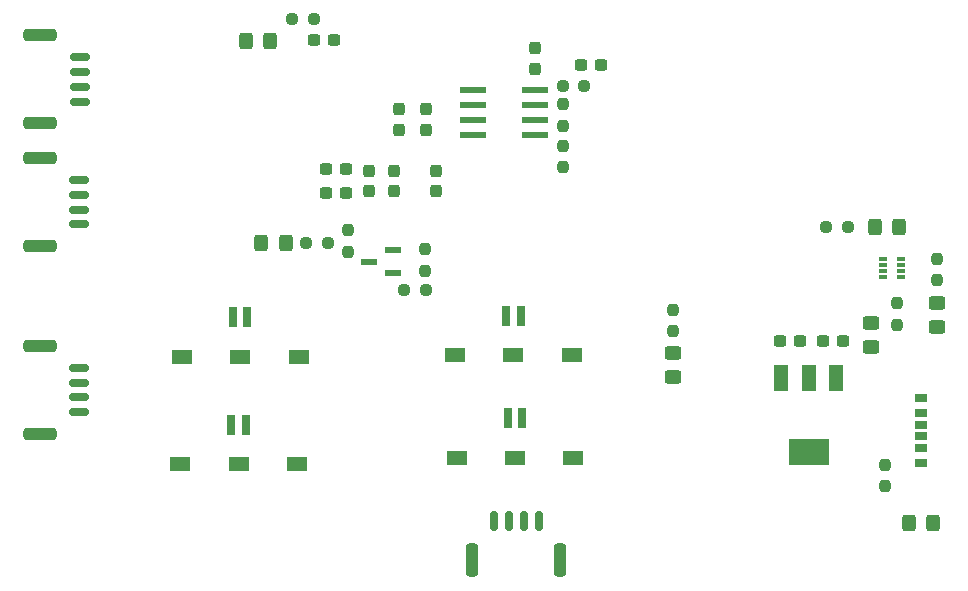
<source format=gtp>
%TF.GenerationSoftware,KiCad,Pcbnew,8.0.4*%
%TF.CreationDate,2025-01-10T13:29:25-08:00*%
%TF.ProjectId,X17_Pi_Shield,5831375f-5069-45f5-9368-69656c642e6b,rev?*%
%TF.SameCoordinates,Original*%
%TF.FileFunction,Paste,Top*%
%TF.FilePolarity,Positive*%
%FSLAX46Y46*%
G04 Gerber Fmt 4.6, Leading zero omitted, Abs format (unit mm)*
G04 Created by KiCad (PCBNEW 8.0.4) date 2025-01-10 13:29:25*
%MOMM*%
%LPD*%
G01*
G04 APERTURE LIST*
G04 Aperture macros list*
%AMRoundRect*
0 Rectangle with rounded corners*
0 $1 Rounding radius*
0 $2 $3 $4 $5 $6 $7 $8 $9 X,Y pos of 4 corners*
0 Add a 4 corners polygon primitive as box body*
4,1,4,$2,$3,$4,$5,$6,$7,$8,$9,$2,$3,0*
0 Add four circle primitives for the rounded corners*
1,1,$1+$1,$2,$3*
1,1,$1+$1,$4,$5*
1,1,$1+$1,$6,$7*
1,1,$1+$1,$8,$9*
0 Add four rect primitives between the rounded corners*
20,1,$1+$1,$2,$3,$4,$5,0*
20,1,$1+$1,$4,$5,$6,$7,0*
20,1,$1+$1,$6,$7,$8,$9,0*
20,1,$1+$1,$8,$9,$2,$3,0*%
G04 Aperture macros list end*
%ADD10RoundRect,0.237500X-0.250000X-0.237500X0.250000X-0.237500X0.250000X0.237500X-0.250000X0.237500X0*%
%ADD11RoundRect,0.250000X0.325000X0.450000X-0.325000X0.450000X-0.325000X-0.450000X0.325000X-0.450000X0*%
%ADD12R,0.660400X1.803400*%
%ADD13R,1.803400X1.295400*%
%ADD14RoundRect,0.237500X-0.237500X0.250000X-0.237500X-0.250000X0.237500X-0.250000X0.237500X0.250000X0*%
%ADD15R,1.320800X0.558800*%
%ADD16RoundRect,0.250000X0.450000X-0.325000X0.450000X0.325000X-0.450000X0.325000X-0.450000X-0.325000X0*%
%ADD17R,1.100000X0.700000*%
%ADD18R,1.100000X0.760000*%
%ADD19R,1.100000X0.800000*%
%ADD20R,1.200000X2.200000*%
%ADD21R,3.500000X2.200000*%
%ADD22RoundRect,0.150000X0.150000X0.700000X-0.150000X0.700000X-0.150000X-0.700000X0.150000X-0.700000X0*%
%ADD23RoundRect,0.250000X0.250000X1.150000X-0.250000X1.150000X-0.250000X-1.150000X0.250000X-1.150000X0*%
%ADD24RoundRect,0.237500X0.250000X0.237500X-0.250000X0.237500X-0.250000X-0.237500X0.250000X-0.237500X0*%
%ADD25R,0.660000X0.320000*%
%ADD26RoundRect,0.237500X-0.237500X0.300000X-0.237500X-0.300000X0.237500X-0.300000X0.237500X0.300000X0*%
%ADD27RoundRect,0.237500X0.300000X0.237500X-0.300000X0.237500X-0.300000X-0.237500X0.300000X-0.237500X0*%
%ADD28RoundRect,0.237500X0.237500X-0.250000X0.237500X0.250000X-0.237500X0.250000X-0.237500X-0.250000X0*%
%ADD29RoundRect,0.250000X-0.325000X-0.450000X0.325000X-0.450000X0.325000X0.450000X-0.325000X0.450000X0*%
%ADD30R,2.209800X0.609600*%
%ADD31RoundRect,0.150000X0.700000X-0.150000X0.700000X0.150000X-0.700000X0.150000X-0.700000X-0.150000X0*%
%ADD32RoundRect,0.250000X1.150000X-0.250000X1.150000X0.250000X-1.150000X0.250000X-1.150000X-0.250000X0*%
%ADD33RoundRect,0.237500X-0.300000X-0.237500X0.300000X-0.237500X0.300000X0.237500X-0.300000X0.237500X0*%
G04 APERTURE END LIST*
D10*
%TO.C,R11*%
X156187500Y-91900000D03*
X158012500Y-91900000D03*
%TD*%
D11*
%TO.C,D6*%
X184650000Y-103900000D03*
X182600000Y-103900000D03*
%TD*%
D12*
%TO.C,J3*%
X152625000Y-111399999D03*
X151375000Y-111399999D03*
D13*
X147050000Y-114750000D03*
X152000000Y-114750000D03*
X156950000Y-114750000D03*
%TD*%
D14*
%TO.C,R3*%
X137975000Y-104125000D03*
X137975000Y-105950000D03*
%TD*%
D15*
%TO.C,U6*%
X141853500Y-107752500D03*
X141853500Y-105847500D03*
X139821500Y-106800000D03*
%TD*%
D16*
%TO.C,D7*%
X165500000Y-116550000D03*
X165500000Y-114500000D03*
%TD*%
D17*
%TO.C,J8*%
X186500000Y-121600000D03*
D18*
X186500000Y-119580000D03*
D19*
X186500000Y-118350000D03*
D17*
X186500000Y-120600000D03*
D18*
X186500000Y-122620000D03*
D19*
X186500000Y-123850000D03*
%TD*%
D12*
%TO.C,J5*%
X152775000Y-120049999D03*
X151525000Y-120049999D03*
D13*
X147200000Y-123400000D03*
X152150000Y-123400000D03*
X157100000Y-123400000D03*
%TD*%
D16*
%TO.C,D2*%
X182300000Y-114025000D03*
X182300000Y-111975000D03*
%TD*%
D20*
%TO.C,U9*%
X179300000Y-116700000D03*
X177000000Y-116700000D03*
X174700000Y-116700000D03*
D21*
X177000000Y-122900000D03*
%TD*%
D22*
%TO.C,J1*%
X154150000Y-128750000D03*
X152900000Y-128750000D03*
X151650000Y-128750000D03*
X150400000Y-128750000D03*
D23*
X156000000Y-132100000D03*
X148550000Y-132100000D03*
%TD*%
D14*
%TO.C,R15*%
X165500000Y-110887500D03*
X165500000Y-112712500D03*
%TD*%
D24*
%TO.C,R16*%
X135100000Y-86300000D03*
X133275000Y-86300000D03*
%TD*%
D16*
%TO.C,D5*%
X187900000Y-112350000D03*
X187900000Y-110300000D03*
%TD*%
D25*
%TO.C,U2*%
X183330000Y-106600000D03*
X183330000Y-107100000D03*
X183330000Y-107600000D03*
X183330000Y-108100000D03*
X184800000Y-108100000D03*
X184800000Y-107600000D03*
X184800000Y-107100000D03*
X184800000Y-106600000D03*
%TD*%
D26*
%TO.C,C14*%
X153850000Y-88737500D03*
X153850000Y-90462500D03*
%TD*%
D27*
%TO.C,C11*%
X179925000Y-113500000D03*
X178200000Y-113500000D03*
%TD*%
D28*
%TO.C,R2*%
X144500000Y-107600000D03*
X144500000Y-105775000D03*
%TD*%
D29*
%TO.C,D8*%
X129350000Y-88100000D03*
X131400000Y-88100000D03*
%TD*%
D14*
%TO.C,R5*%
X156200000Y-93487500D03*
X156200000Y-95312500D03*
%TD*%
D27*
%TO.C,C13*%
X136862500Y-88000000D03*
X135137500Y-88000000D03*
%TD*%
D12*
%TO.C,J4*%
X129375000Y-120606298D03*
X128125000Y-120606298D03*
D13*
X123800000Y-123956299D03*
X128750000Y-123956299D03*
X133700000Y-123956299D03*
%TD*%
D27*
%TO.C,C18*%
X176300000Y-113500000D03*
X174575000Y-113500000D03*
%TD*%
D30*
%TO.C,U5*%
X148583800Y-92295000D03*
X148583800Y-93565000D03*
X148583800Y-94835000D03*
X148583800Y-96105000D03*
X153816200Y-96105000D03*
X153816200Y-94835000D03*
X153816200Y-93565000D03*
X153816200Y-92295000D03*
%TD*%
D11*
%TO.C,D4*%
X187525000Y-128900000D03*
X185475000Y-128900000D03*
%TD*%
D14*
%TO.C,R12*%
X183500000Y-124000000D03*
X183500000Y-125825000D03*
%TD*%
D26*
%TO.C,C9*%
X142300000Y-93900000D03*
X142300000Y-95625000D03*
%TD*%
D24*
%TO.C,R1*%
X144587500Y-109250000D03*
X142762500Y-109250000D03*
%TD*%
D26*
%TO.C,C7*%
X145500000Y-99100000D03*
X145500000Y-100825000D03*
%TD*%
D31*
%TO.C,J7*%
X115250000Y-119550000D03*
X115250000Y-118300000D03*
X115250000Y-117050000D03*
X115250000Y-115800000D03*
D32*
X111900000Y-121400000D03*
X111900000Y-113950000D03*
%TD*%
D26*
%TO.C,C4*%
X139800000Y-99100000D03*
X139800000Y-100825000D03*
%TD*%
%TO.C,C8*%
X144600000Y-93900000D03*
X144600000Y-95625000D03*
%TD*%
D28*
%TO.C,R10*%
X156200000Y-98825000D03*
X156200000Y-97000000D03*
%TD*%
D27*
%TO.C,FB3*%
X137862500Y-101000000D03*
X136137500Y-101000000D03*
%TD*%
D31*
%TO.C,J11*%
X115300000Y-93250000D03*
X115300000Y-92000000D03*
X115300000Y-90750000D03*
X115300000Y-89500000D03*
D32*
X111950000Y-95100000D03*
X111950000Y-87650000D03*
%TD*%
D24*
%TO.C,R4*%
X136312500Y-105200000D03*
X134487500Y-105200000D03*
%TD*%
D10*
%TO.C,R14*%
X178487500Y-103900000D03*
X180312500Y-103900000D03*
%TD*%
D26*
%TO.C,C6*%
X141900000Y-99137500D03*
X141900000Y-100862500D03*
%TD*%
D27*
%TO.C,FB4*%
X137862500Y-99000000D03*
X136137500Y-99000000D03*
%TD*%
D31*
%TO.C,J10*%
X115250000Y-103650000D03*
X115250000Y-102400000D03*
X115250000Y-101150000D03*
X115250000Y-99900000D03*
D32*
X111900000Y-105500000D03*
X111900000Y-98050000D03*
%TD*%
D29*
%TO.C,D1*%
X130675000Y-105200000D03*
X132725000Y-105200000D03*
%TD*%
D12*
%TO.C,J2*%
X129500000Y-111500000D03*
X128250000Y-111500000D03*
D13*
X123925000Y-114850001D03*
X128875000Y-114850001D03*
X133825000Y-114850001D03*
%TD*%
D14*
%TO.C,R6*%
X184485000Y-110337500D03*
X184485000Y-112162500D03*
%TD*%
D33*
%TO.C,C15*%
X157737500Y-90200000D03*
X159462500Y-90200000D03*
%TD*%
D14*
%TO.C,R13*%
X187900000Y-106575000D03*
X187900000Y-108400000D03*
%TD*%
M02*

</source>
